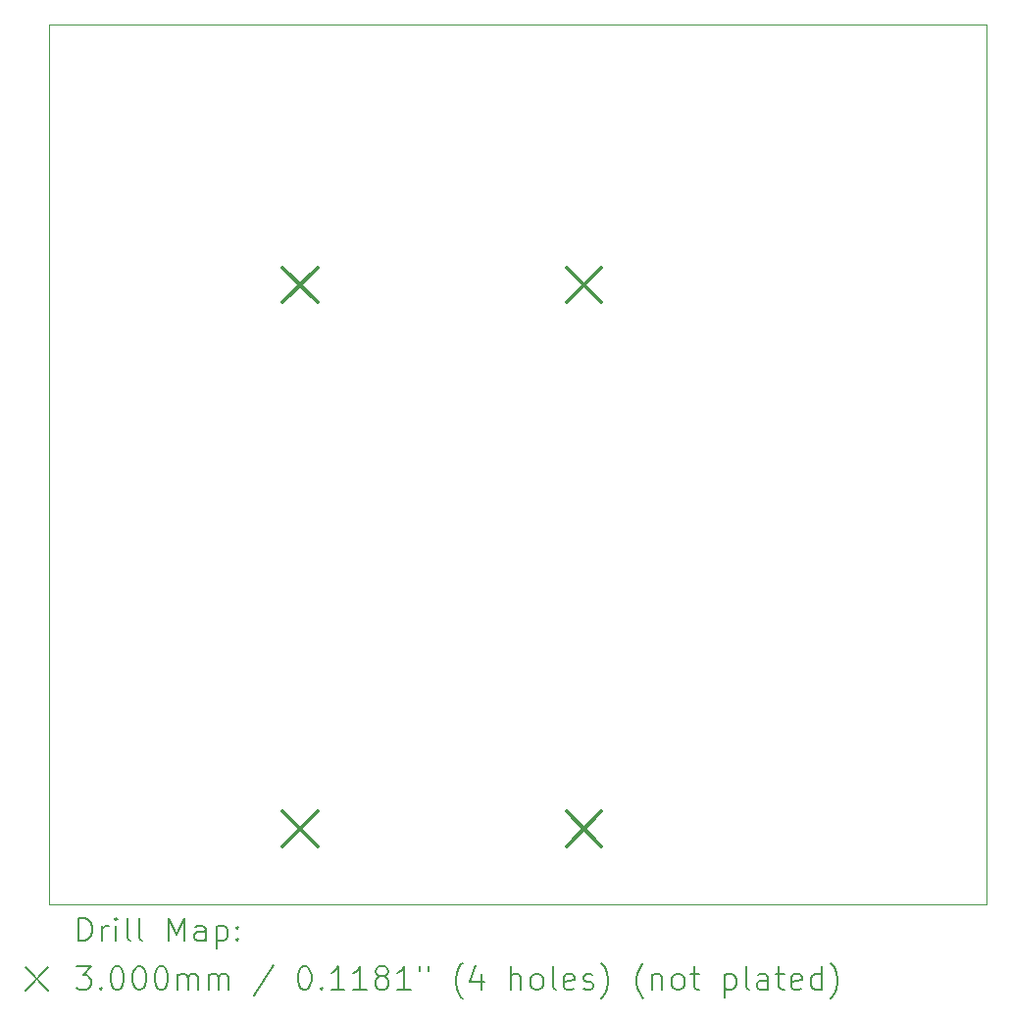
<source format=gbr>
%TF.GenerationSoftware,KiCad,Pcbnew,8.0.2*%
%TF.CreationDate,2025-03-15T23:17:04-04:00*%
%TF.ProjectId,proyecto final,70726f79-6563-4746-9f20-66696e616c2e,rev?*%
%TF.SameCoordinates,Original*%
%TF.FileFunction,Drillmap*%
%TF.FilePolarity,Positive*%
%FSLAX45Y45*%
G04 Gerber Fmt 4.5, Leading zero omitted, Abs format (unit mm)*
G04 Created by KiCad (PCBNEW 8.0.2) date 2025-03-15 23:17:04*
%MOMM*%
%LPD*%
G01*
G04 APERTURE LIST*
%ADD10C,0.050000*%
%ADD11C,0.200000*%
%ADD12C,0.300000*%
G04 APERTURE END LIST*
D10*
X9450000Y-5150000D02*
X17550000Y-5150000D01*
X17550000Y-12750000D01*
X9450000Y-12750000D01*
X9450000Y-5150000D01*
D11*
D12*
X11472000Y-7252500D02*
X11772000Y-7552500D01*
X11772000Y-7252500D02*
X11472000Y-7552500D01*
X11472000Y-11947500D02*
X11772000Y-12247500D01*
X11772000Y-11947500D02*
X11472000Y-12247500D01*
X13923000Y-7252500D02*
X14223000Y-7552500D01*
X14223000Y-7252500D02*
X13923000Y-7552500D01*
X13923000Y-11947500D02*
X14223000Y-12247500D01*
X14223000Y-11947500D02*
X13923000Y-12247500D01*
D11*
X9708277Y-13063984D02*
X9708277Y-12863984D01*
X9708277Y-12863984D02*
X9755896Y-12863984D01*
X9755896Y-12863984D02*
X9784467Y-12873508D01*
X9784467Y-12873508D02*
X9803515Y-12892555D01*
X9803515Y-12892555D02*
X9813039Y-12911603D01*
X9813039Y-12911603D02*
X9822563Y-12949698D01*
X9822563Y-12949698D02*
X9822563Y-12978269D01*
X9822563Y-12978269D02*
X9813039Y-13016365D01*
X9813039Y-13016365D02*
X9803515Y-13035412D01*
X9803515Y-13035412D02*
X9784467Y-13054460D01*
X9784467Y-13054460D02*
X9755896Y-13063984D01*
X9755896Y-13063984D02*
X9708277Y-13063984D01*
X9908277Y-13063984D02*
X9908277Y-12930650D01*
X9908277Y-12968746D02*
X9917801Y-12949698D01*
X9917801Y-12949698D02*
X9927324Y-12940174D01*
X9927324Y-12940174D02*
X9946372Y-12930650D01*
X9946372Y-12930650D02*
X9965420Y-12930650D01*
X10032086Y-13063984D02*
X10032086Y-12930650D01*
X10032086Y-12863984D02*
X10022563Y-12873508D01*
X10022563Y-12873508D02*
X10032086Y-12883031D01*
X10032086Y-12883031D02*
X10041610Y-12873508D01*
X10041610Y-12873508D02*
X10032086Y-12863984D01*
X10032086Y-12863984D02*
X10032086Y-12883031D01*
X10155896Y-13063984D02*
X10136848Y-13054460D01*
X10136848Y-13054460D02*
X10127324Y-13035412D01*
X10127324Y-13035412D02*
X10127324Y-12863984D01*
X10260658Y-13063984D02*
X10241610Y-13054460D01*
X10241610Y-13054460D02*
X10232086Y-13035412D01*
X10232086Y-13035412D02*
X10232086Y-12863984D01*
X10489229Y-13063984D02*
X10489229Y-12863984D01*
X10489229Y-12863984D02*
X10555896Y-13006841D01*
X10555896Y-13006841D02*
X10622563Y-12863984D01*
X10622563Y-12863984D02*
X10622563Y-13063984D01*
X10803515Y-13063984D02*
X10803515Y-12959222D01*
X10803515Y-12959222D02*
X10793991Y-12940174D01*
X10793991Y-12940174D02*
X10774944Y-12930650D01*
X10774944Y-12930650D02*
X10736848Y-12930650D01*
X10736848Y-12930650D02*
X10717801Y-12940174D01*
X10803515Y-13054460D02*
X10784467Y-13063984D01*
X10784467Y-13063984D02*
X10736848Y-13063984D01*
X10736848Y-13063984D02*
X10717801Y-13054460D01*
X10717801Y-13054460D02*
X10708277Y-13035412D01*
X10708277Y-13035412D02*
X10708277Y-13016365D01*
X10708277Y-13016365D02*
X10717801Y-12997317D01*
X10717801Y-12997317D02*
X10736848Y-12987793D01*
X10736848Y-12987793D02*
X10784467Y-12987793D01*
X10784467Y-12987793D02*
X10803515Y-12978269D01*
X10898753Y-12930650D02*
X10898753Y-13130650D01*
X10898753Y-12940174D02*
X10917801Y-12930650D01*
X10917801Y-12930650D02*
X10955896Y-12930650D01*
X10955896Y-12930650D02*
X10974944Y-12940174D01*
X10974944Y-12940174D02*
X10984467Y-12949698D01*
X10984467Y-12949698D02*
X10993991Y-12968746D01*
X10993991Y-12968746D02*
X10993991Y-13025888D01*
X10993991Y-13025888D02*
X10984467Y-13044936D01*
X10984467Y-13044936D02*
X10974944Y-13054460D01*
X10974944Y-13054460D02*
X10955896Y-13063984D01*
X10955896Y-13063984D02*
X10917801Y-13063984D01*
X10917801Y-13063984D02*
X10898753Y-13054460D01*
X11079705Y-13044936D02*
X11089229Y-13054460D01*
X11089229Y-13054460D02*
X11079705Y-13063984D01*
X11079705Y-13063984D02*
X11070182Y-13054460D01*
X11070182Y-13054460D02*
X11079705Y-13044936D01*
X11079705Y-13044936D02*
X11079705Y-13063984D01*
X11079705Y-12940174D02*
X11089229Y-12949698D01*
X11089229Y-12949698D02*
X11079705Y-12959222D01*
X11079705Y-12959222D02*
X11070182Y-12949698D01*
X11070182Y-12949698D02*
X11079705Y-12940174D01*
X11079705Y-12940174D02*
X11079705Y-12959222D01*
X9247500Y-13292500D02*
X9447500Y-13492500D01*
X9447500Y-13292500D02*
X9247500Y-13492500D01*
X9689229Y-13283984D02*
X9813039Y-13283984D01*
X9813039Y-13283984D02*
X9746372Y-13360174D01*
X9746372Y-13360174D02*
X9774944Y-13360174D01*
X9774944Y-13360174D02*
X9793991Y-13369698D01*
X9793991Y-13369698D02*
X9803515Y-13379222D01*
X9803515Y-13379222D02*
X9813039Y-13398269D01*
X9813039Y-13398269D02*
X9813039Y-13445888D01*
X9813039Y-13445888D02*
X9803515Y-13464936D01*
X9803515Y-13464936D02*
X9793991Y-13474460D01*
X9793991Y-13474460D02*
X9774944Y-13483984D01*
X9774944Y-13483984D02*
X9717801Y-13483984D01*
X9717801Y-13483984D02*
X9698753Y-13474460D01*
X9698753Y-13474460D02*
X9689229Y-13464936D01*
X9898753Y-13464936D02*
X9908277Y-13474460D01*
X9908277Y-13474460D02*
X9898753Y-13483984D01*
X9898753Y-13483984D02*
X9889229Y-13474460D01*
X9889229Y-13474460D02*
X9898753Y-13464936D01*
X9898753Y-13464936D02*
X9898753Y-13483984D01*
X10032086Y-13283984D02*
X10051134Y-13283984D01*
X10051134Y-13283984D02*
X10070182Y-13293508D01*
X10070182Y-13293508D02*
X10079705Y-13303031D01*
X10079705Y-13303031D02*
X10089229Y-13322079D01*
X10089229Y-13322079D02*
X10098753Y-13360174D01*
X10098753Y-13360174D02*
X10098753Y-13407793D01*
X10098753Y-13407793D02*
X10089229Y-13445888D01*
X10089229Y-13445888D02*
X10079705Y-13464936D01*
X10079705Y-13464936D02*
X10070182Y-13474460D01*
X10070182Y-13474460D02*
X10051134Y-13483984D01*
X10051134Y-13483984D02*
X10032086Y-13483984D01*
X10032086Y-13483984D02*
X10013039Y-13474460D01*
X10013039Y-13474460D02*
X10003515Y-13464936D01*
X10003515Y-13464936D02*
X9993991Y-13445888D01*
X9993991Y-13445888D02*
X9984467Y-13407793D01*
X9984467Y-13407793D02*
X9984467Y-13360174D01*
X9984467Y-13360174D02*
X9993991Y-13322079D01*
X9993991Y-13322079D02*
X10003515Y-13303031D01*
X10003515Y-13303031D02*
X10013039Y-13293508D01*
X10013039Y-13293508D02*
X10032086Y-13283984D01*
X10222563Y-13283984D02*
X10241610Y-13283984D01*
X10241610Y-13283984D02*
X10260658Y-13293508D01*
X10260658Y-13293508D02*
X10270182Y-13303031D01*
X10270182Y-13303031D02*
X10279705Y-13322079D01*
X10279705Y-13322079D02*
X10289229Y-13360174D01*
X10289229Y-13360174D02*
X10289229Y-13407793D01*
X10289229Y-13407793D02*
X10279705Y-13445888D01*
X10279705Y-13445888D02*
X10270182Y-13464936D01*
X10270182Y-13464936D02*
X10260658Y-13474460D01*
X10260658Y-13474460D02*
X10241610Y-13483984D01*
X10241610Y-13483984D02*
X10222563Y-13483984D01*
X10222563Y-13483984D02*
X10203515Y-13474460D01*
X10203515Y-13474460D02*
X10193991Y-13464936D01*
X10193991Y-13464936D02*
X10184467Y-13445888D01*
X10184467Y-13445888D02*
X10174944Y-13407793D01*
X10174944Y-13407793D02*
X10174944Y-13360174D01*
X10174944Y-13360174D02*
X10184467Y-13322079D01*
X10184467Y-13322079D02*
X10193991Y-13303031D01*
X10193991Y-13303031D02*
X10203515Y-13293508D01*
X10203515Y-13293508D02*
X10222563Y-13283984D01*
X10413039Y-13283984D02*
X10432086Y-13283984D01*
X10432086Y-13283984D02*
X10451134Y-13293508D01*
X10451134Y-13293508D02*
X10460658Y-13303031D01*
X10460658Y-13303031D02*
X10470182Y-13322079D01*
X10470182Y-13322079D02*
X10479705Y-13360174D01*
X10479705Y-13360174D02*
X10479705Y-13407793D01*
X10479705Y-13407793D02*
X10470182Y-13445888D01*
X10470182Y-13445888D02*
X10460658Y-13464936D01*
X10460658Y-13464936D02*
X10451134Y-13474460D01*
X10451134Y-13474460D02*
X10432086Y-13483984D01*
X10432086Y-13483984D02*
X10413039Y-13483984D01*
X10413039Y-13483984D02*
X10393991Y-13474460D01*
X10393991Y-13474460D02*
X10384467Y-13464936D01*
X10384467Y-13464936D02*
X10374944Y-13445888D01*
X10374944Y-13445888D02*
X10365420Y-13407793D01*
X10365420Y-13407793D02*
X10365420Y-13360174D01*
X10365420Y-13360174D02*
X10374944Y-13322079D01*
X10374944Y-13322079D02*
X10384467Y-13303031D01*
X10384467Y-13303031D02*
X10393991Y-13293508D01*
X10393991Y-13293508D02*
X10413039Y-13283984D01*
X10565420Y-13483984D02*
X10565420Y-13350650D01*
X10565420Y-13369698D02*
X10574944Y-13360174D01*
X10574944Y-13360174D02*
X10593991Y-13350650D01*
X10593991Y-13350650D02*
X10622563Y-13350650D01*
X10622563Y-13350650D02*
X10641610Y-13360174D01*
X10641610Y-13360174D02*
X10651134Y-13379222D01*
X10651134Y-13379222D02*
X10651134Y-13483984D01*
X10651134Y-13379222D02*
X10660658Y-13360174D01*
X10660658Y-13360174D02*
X10679705Y-13350650D01*
X10679705Y-13350650D02*
X10708277Y-13350650D01*
X10708277Y-13350650D02*
X10727325Y-13360174D01*
X10727325Y-13360174D02*
X10736848Y-13379222D01*
X10736848Y-13379222D02*
X10736848Y-13483984D01*
X10832086Y-13483984D02*
X10832086Y-13350650D01*
X10832086Y-13369698D02*
X10841610Y-13360174D01*
X10841610Y-13360174D02*
X10860658Y-13350650D01*
X10860658Y-13350650D02*
X10889229Y-13350650D01*
X10889229Y-13350650D02*
X10908277Y-13360174D01*
X10908277Y-13360174D02*
X10917801Y-13379222D01*
X10917801Y-13379222D02*
X10917801Y-13483984D01*
X10917801Y-13379222D02*
X10927325Y-13360174D01*
X10927325Y-13360174D02*
X10946372Y-13350650D01*
X10946372Y-13350650D02*
X10974944Y-13350650D01*
X10974944Y-13350650D02*
X10993991Y-13360174D01*
X10993991Y-13360174D02*
X11003515Y-13379222D01*
X11003515Y-13379222D02*
X11003515Y-13483984D01*
X11393991Y-13274460D02*
X11222563Y-13531603D01*
X11651134Y-13283984D02*
X11670182Y-13283984D01*
X11670182Y-13283984D02*
X11689229Y-13293508D01*
X11689229Y-13293508D02*
X11698753Y-13303031D01*
X11698753Y-13303031D02*
X11708277Y-13322079D01*
X11708277Y-13322079D02*
X11717801Y-13360174D01*
X11717801Y-13360174D02*
X11717801Y-13407793D01*
X11717801Y-13407793D02*
X11708277Y-13445888D01*
X11708277Y-13445888D02*
X11698753Y-13464936D01*
X11698753Y-13464936D02*
X11689229Y-13474460D01*
X11689229Y-13474460D02*
X11670182Y-13483984D01*
X11670182Y-13483984D02*
X11651134Y-13483984D01*
X11651134Y-13483984D02*
X11632086Y-13474460D01*
X11632086Y-13474460D02*
X11622563Y-13464936D01*
X11622563Y-13464936D02*
X11613039Y-13445888D01*
X11613039Y-13445888D02*
X11603515Y-13407793D01*
X11603515Y-13407793D02*
X11603515Y-13360174D01*
X11603515Y-13360174D02*
X11613039Y-13322079D01*
X11613039Y-13322079D02*
X11622563Y-13303031D01*
X11622563Y-13303031D02*
X11632086Y-13293508D01*
X11632086Y-13293508D02*
X11651134Y-13283984D01*
X11803515Y-13464936D02*
X11813039Y-13474460D01*
X11813039Y-13474460D02*
X11803515Y-13483984D01*
X11803515Y-13483984D02*
X11793991Y-13474460D01*
X11793991Y-13474460D02*
X11803515Y-13464936D01*
X11803515Y-13464936D02*
X11803515Y-13483984D01*
X12003515Y-13483984D02*
X11889229Y-13483984D01*
X11946372Y-13483984D02*
X11946372Y-13283984D01*
X11946372Y-13283984D02*
X11927325Y-13312555D01*
X11927325Y-13312555D02*
X11908277Y-13331603D01*
X11908277Y-13331603D02*
X11889229Y-13341127D01*
X12193991Y-13483984D02*
X12079706Y-13483984D01*
X12136848Y-13483984D02*
X12136848Y-13283984D01*
X12136848Y-13283984D02*
X12117801Y-13312555D01*
X12117801Y-13312555D02*
X12098753Y-13331603D01*
X12098753Y-13331603D02*
X12079706Y-13341127D01*
X12308277Y-13369698D02*
X12289229Y-13360174D01*
X12289229Y-13360174D02*
X12279706Y-13350650D01*
X12279706Y-13350650D02*
X12270182Y-13331603D01*
X12270182Y-13331603D02*
X12270182Y-13322079D01*
X12270182Y-13322079D02*
X12279706Y-13303031D01*
X12279706Y-13303031D02*
X12289229Y-13293508D01*
X12289229Y-13293508D02*
X12308277Y-13283984D01*
X12308277Y-13283984D02*
X12346372Y-13283984D01*
X12346372Y-13283984D02*
X12365420Y-13293508D01*
X12365420Y-13293508D02*
X12374944Y-13303031D01*
X12374944Y-13303031D02*
X12384467Y-13322079D01*
X12384467Y-13322079D02*
X12384467Y-13331603D01*
X12384467Y-13331603D02*
X12374944Y-13350650D01*
X12374944Y-13350650D02*
X12365420Y-13360174D01*
X12365420Y-13360174D02*
X12346372Y-13369698D01*
X12346372Y-13369698D02*
X12308277Y-13369698D01*
X12308277Y-13369698D02*
X12289229Y-13379222D01*
X12289229Y-13379222D02*
X12279706Y-13388746D01*
X12279706Y-13388746D02*
X12270182Y-13407793D01*
X12270182Y-13407793D02*
X12270182Y-13445888D01*
X12270182Y-13445888D02*
X12279706Y-13464936D01*
X12279706Y-13464936D02*
X12289229Y-13474460D01*
X12289229Y-13474460D02*
X12308277Y-13483984D01*
X12308277Y-13483984D02*
X12346372Y-13483984D01*
X12346372Y-13483984D02*
X12365420Y-13474460D01*
X12365420Y-13474460D02*
X12374944Y-13464936D01*
X12374944Y-13464936D02*
X12384467Y-13445888D01*
X12384467Y-13445888D02*
X12384467Y-13407793D01*
X12384467Y-13407793D02*
X12374944Y-13388746D01*
X12374944Y-13388746D02*
X12365420Y-13379222D01*
X12365420Y-13379222D02*
X12346372Y-13369698D01*
X12574944Y-13483984D02*
X12460658Y-13483984D01*
X12517801Y-13483984D02*
X12517801Y-13283984D01*
X12517801Y-13283984D02*
X12498753Y-13312555D01*
X12498753Y-13312555D02*
X12479706Y-13331603D01*
X12479706Y-13331603D02*
X12460658Y-13341127D01*
X12651134Y-13283984D02*
X12651134Y-13322079D01*
X12727325Y-13283984D02*
X12727325Y-13322079D01*
X13022563Y-13560174D02*
X13013039Y-13550650D01*
X13013039Y-13550650D02*
X12993991Y-13522079D01*
X12993991Y-13522079D02*
X12984468Y-13503031D01*
X12984468Y-13503031D02*
X12974944Y-13474460D01*
X12974944Y-13474460D02*
X12965420Y-13426841D01*
X12965420Y-13426841D02*
X12965420Y-13388746D01*
X12965420Y-13388746D02*
X12974944Y-13341127D01*
X12974944Y-13341127D02*
X12984468Y-13312555D01*
X12984468Y-13312555D02*
X12993991Y-13293508D01*
X12993991Y-13293508D02*
X13013039Y-13264936D01*
X13013039Y-13264936D02*
X13022563Y-13255412D01*
X13184468Y-13350650D02*
X13184468Y-13483984D01*
X13136848Y-13274460D02*
X13089229Y-13417317D01*
X13089229Y-13417317D02*
X13213039Y-13417317D01*
X13441610Y-13483984D02*
X13441610Y-13283984D01*
X13527325Y-13483984D02*
X13527325Y-13379222D01*
X13527325Y-13379222D02*
X13517801Y-13360174D01*
X13517801Y-13360174D02*
X13498753Y-13350650D01*
X13498753Y-13350650D02*
X13470182Y-13350650D01*
X13470182Y-13350650D02*
X13451134Y-13360174D01*
X13451134Y-13360174D02*
X13441610Y-13369698D01*
X13651134Y-13483984D02*
X13632087Y-13474460D01*
X13632087Y-13474460D02*
X13622563Y-13464936D01*
X13622563Y-13464936D02*
X13613039Y-13445888D01*
X13613039Y-13445888D02*
X13613039Y-13388746D01*
X13613039Y-13388746D02*
X13622563Y-13369698D01*
X13622563Y-13369698D02*
X13632087Y-13360174D01*
X13632087Y-13360174D02*
X13651134Y-13350650D01*
X13651134Y-13350650D02*
X13679706Y-13350650D01*
X13679706Y-13350650D02*
X13698753Y-13360174D01*
X13698753Y-13360174D02*
X13708277Y-13369698D01*
X13708277Y-13369698D02*
X13717801Y-13388746D01*
X13717801Y-13388746D02*
X13717801Y-13445888D01*
X13717801Y-13445888D02*
X13708277Y-13464936D01*
X13708277Y-13464936D02*
X13698753Y-13474460D01*
X13698753Y-13474460D02*
X13679706Y-13483984D01*
X13679706Y-13483984D02*
X13651134Y-13483984D01*
X13832087Y-13483984D02*
X13813039Y-13474460D01*
X13813039Y-13474460D02*
X13803515Y-13455412D01*
X13803515Y-13455412D02*
X13803515Y-13283984D01*
X13984468Y-13474460D02*
X13965420Y-13483984D01*
X13965420Y-13483984D02*
X13927325Y-13483984D01*
X13927325Y-13483984D02*
X13908277Y-13474460D01*
X13908277Y-13474460D02*
X13898753Y-13455412D01*
X13898753Y-13455412D02*
X13898753Y-13379222D01*
X13898753Y-13379222D02*
X13908277Y-13360174D01*
X13908277Y-13360174D02*
X13927325Y-13350650D01*
X13927325Y-13350650D02*
X13965420Y-13350650D01*
X13965420Y-13350650D02*
X13984468Y-13360174D01*
X13984468Y-13360174D02*
X13993991Y-13379222D01*
X13993991Y-13379222D02*
X13993991Y-13398269D01*
X13993991Y-13398269D02*
X13898753Y-13417317D01*
X14070182Y-13474460D02*
X14089230Y-13483984D01*
X14089230Y-13483984D02*
X14127325Y-13483984D01*
X14127325Y-13483984D02*
X14146372Y-13474460D01*
X14146372Y-13474460D02*
X14155896Y-13455412D01*
X14155896Y-13455412D02*
X14155896Y-13445888D01*
X14155896Y-13445888D02*
X14146372Y-13426841D01*
X14146372Y-13426841D02*
X14127325Y-13417317D01*
X14127325Y-13417317D02*
X14098753Y-13417317D01*
X14098753Y-13417317D02*
X14079706Y-13407793D01*
X14079706Y-13407793D02*
X14070182Y-13388746D01*
X14070182Y-13388746D02*
X14070182Y-13379222D01*
X14070182Y-13379222D02*
X14079706Y-13360174D01*
X14079706Y-13360174D02*
X14098753Y-13350650D01*
X14098753Y-13350650D02*
X14127325Y-13350650D01*
X14127325Y-13350650D02*
X14146372Y-13360174D01*
X14222563Y-13560174D02*
X14232087Y-13550650D01*
X14232087Y-13550650D02*
X14251134Y-13522079D01*
X14251134Y-13522079D02*
X14260658Y-13503031D01*
X14260658Y-13503031D02*
X14270182Y-13474460D01*
X14270182Y-13474460D02*
X14279706Y-13426841D01*
X14279706Y-13426841D02*
X14279706Y-13388746D01*
X14279706Y-13388746D02*
X14270182Y-13341127D01*
X14270182Y-13341127D02*
X14260658Y-13312555D01*
X14260658Y-13312555D02*
X14251134Y-13293508D01*
X14251134Y-13293508D02*
X14232087Y-13264936D01*
X14232087Y-13264936D02*
X14222563Y-13255412D01*
X14584468Y-13560174D02*
X14574944Y-13550650D01*
X14574944Y-13550650D02*
X14555896Y-13522079D01*
X14555896Y-13522079D02*
X14546372Y-13503031D01*
X14546372Y-13503031D02*
X14536849Y-13474460D01*
X14536849Y-13474460D02*
X14527325Y-13426841D01*
X14527325Y-13426841D02*
X14527325Y-13388746D01*
X14527325Y-13388746D02*
X14536849Y-13341127D01*
X14536849Y-13341127D02*
X14546372Y-13312555D01*
X14546372Y-13312555D02*
X14555896Y-13293508D01*
X14555896Y-13293508D02*
X14574944Y-13264936D01*
X14574944Y-13264936D02*
X14584468Y-13255412D01*
X14660658Y-13350650D02*
X14660658Y-13483984D01*
X14660658Y-13369698D02*
X14670182Y-13360174D01*
X14670182Y-13360174D02*
X14689230Y-13350650D01*
X14689230Y-13350650D02*
X14717801Y-13350650D01*
X14717801Y-13350650D02*
X14736849Y-13360174D01*
X14736849Y-13360174D02*
X14746372Y-13379222D01*
X14746372Y-13379222D02*
X14746372Y-13483984D01*
X14870182Y-13483984D02*
X14851134Y-13474460D01*
X14851134Y-13474460D02*
X14841611Y-13464936D01*
X14841611Y-13464936D02*
X14832087Y-13445888D01*
X14832087Y-13445888D02*
X14832087Y-13388746D01*
X14832087Y-13388746D02*
X14841611Y-13369698D01*
X14841611Y-13369698D02*
X14851134Y-13360174D01*
X14851134Y-13360174D02*
X14870182Y-13350650D01*
X14870182Y-13350650D02*
X14898753Y-13350650D01*
X14898753Y-13350650D02*
X14917801Y-13360174D01*
X14917801Y-13360174D02*
X14927325Y-13369698D01*
X14927325Y-13369698D02*
X14936849Y-13388746D01*
X14936849Y-13388746D02*
X14936849Y-13445888D01*
X14936849Y-13445888D02*
X14927325Y-13464936D01*
X14927325Y-13464936D02*
X14917801Y-13474460D01*
X14917801Y-13474460D02*
X14898753Y-13483984D01*
X14898753Y-13483984D02*
X14870182Y-13483984D01*
X14993992Y-13350650D02*
X15070182Y-13350650D01*
X15022563Y-13283984D02*
X15022563Y-13455412D01*
X15022563Y-13455412D02*
X15032087Y-13474460D01*
X15032087Y-13474460D02*
X15051134Y-13483984D01*
X15051134Y-13483984D02*
X15070182Y-13483984D01*
X15289230Y-13350650D02*
X15289230Y-13550650D01*
X15289230Y-13360174D02*
X15308277Y-13350650D01*
X15308277Y-13350650D02*
X15346373Y-13350650D01*
X15346373Y-13350650D02*
X15365420Y-13360174D01*
X15365420Y-13360174D02*
X15374944Y-13369698D01*
X15374944Y-13369698D02*
X15384468Y-13388746D01*
X15384468Y-13388746D02*
X15384468Y-13445888D01*
X15384468Y-13445888D02*
X15374944Y-13464936D01*
X15374944Y-13464936D02*
X15365420Y-13474460D01*
X15365420Y-13474460D02*
X15346373Y-13483984D01*
X15346373Y-13483984D02*
X15308277Y-13483984D01*
X15308277Y-13483984D02*
X15289230Y-13474460D01*
X15498753Y-13483984D02*
X15479706Y-13474460D01*
X15479706Y-13474460D02*
X15470182Y-13455412D01*
X15470182Y-13455412D02*
X15470182Y-13283984D01*
X15660658Y-13483984D02*
X15660658Y-13379222D01*
X15660658Y-13379222D02*
X15651134Y-13360174D01*
X15651134Y-13360174D02*
X15632087Y-13350650D01*
X15632087Y-13350650D02*
X15593992Y-13350650D01*
X15593992Y-13350650D02*
X15574944Y-13360174D01*
X15660658Y-13474460D02*
X15641611Y-13483984D01*
X15641611Y-13483984D02*
X15593992Y-13483984D01*
X15593992Y-13483984D02*
X15574944Y-13474460D01*
X15574944Y-13474460D02*
X15565420Y-13455412D01*
X15565420Y-13455412D02*
X15565420Y-13436365D01*
X15565420Y-13436365D02*
X15574944Y-13417317D01*
X15574944Y-13417317D02*
X15593992Y-13407793D01*
X15593992Y-13407793D02*
X15641611Y-13407793D01*
X15641611Y-13407793D02*
X15660658Y-13398269D01*
X15727325Y-13350650D02*
X15803515Y-13350650D01*
X15755896Y-13283984D02*
X15755896Y-13455412D01*
X15755896Y-13455412D02*
X15765420Y-13474460D01*
X15765420Y-13474460D02*
X15784468Y-13483984D01*
X15784468Y-13483984D02*
X15803515Y-13483984D01*
X15946373Y-13474460D02*
X15927325Y-13483984D01*
X15927325Y-13483984D02*
X15889230Y-13483984D01*
X15889230Y-13483984D02*
X15870182Y-13474460D01*
X15870182Y-13474460D02*
X15860658Y-13455412D01*
X15860658Y-13455412D02*
X15860658Y-13379222D01*
X15860658Y-13379222D02*
X15870182Y-13360174D01*
X15870182Y-13360174D02*
X15889230Y-13350650D01*
X15889230Y-13350650D02*
X15927325Y-13350650D01*
X15927325Y-13350650D02*
X15946373Y-13360174D01*
X15946373Y-13360174D02*
X15955896Y-13379222D01*
X15955896Y-13379222D02*
X15955896Y-13398269D01*
X15955896Y-13398269D02*
X15860658Y-13417317D01*
X16127325Y-13483984D02*
X16127325Y-13283984D01*
X16127325Y-13474460D02*
X16108277Y-13483984D01*
X16108277Y-13483984D02*
X16070182Y-13483984D01*
X16070182Y-13483984D02*
X16051134Y-13474460D01*
X16051134Y-13474460D02*
X16041611Y-13464936D01*
X16041611Y-13464936D02*
X16032087Y-13445888D01*
X16032087Y-13445888D02*
X16032087Y-13388746D01*
X16032087Y-13388746D02*
X16041611Y-13369698D01*
X16041611Y-13369698D02*
X16051134Y-13360174D01*
X16051134Y-13360174D02*
X16070182Y-13350650D01*
X16070182Y-13350650D02*
X16108277Y-13350650D01*
X16108277Y-13350650D02*
X16127325Y-13360174D01*
X16203515Y-13560174D02*
X16213039Y-13550650D01*
X16213039Y-13550650D02*
X16232087Y-13522079D01*
X16232087Y-13522079D02*
X16241611Y-13503031D01*
X16241611Y-13503031D02*
X16251134Y-13474460D01*
X16251134Y-13474460D02*
X16260658Y-13426841D01*
X16260658Y-13426841D02*
X16260658Y-13388746D01*
X16260658Y-13388746D02*
X16251134Y-13341127D01*
X16251134Y-13341127D02*
X16241611Y-13312555D01*
X16241611Y-13312555D02*
X16232087Y-13293508D01*
X16232087Y-13293508D02*
X16213039Y-13264936D01*
X16213039Y-13264936D02*
X16203515Y-13255412D01*
M02*

</source>
